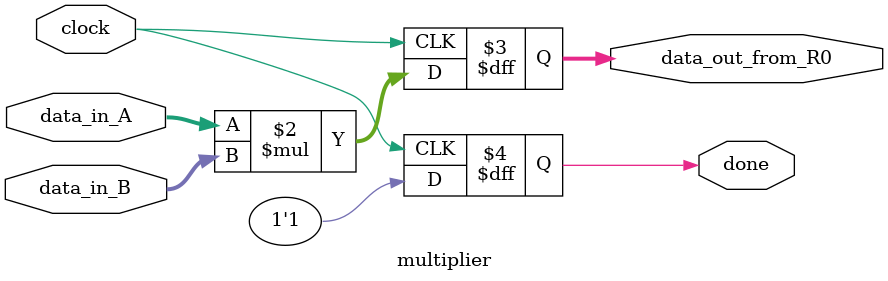
<source format=v>
`timescale 1ns / 1ps

(* use_dsp = "no" *) 
module multiplier
  #(parameter WIDTH=16)
  (
   input clock,
   input [WIDTH-1:0] data_in_A,
   input [WIDTH-1:0] data_in_B,
   output reg [WIDTH+WIDTH-1:0]  data_out_from_R0,
   output reg done
   );
     
 
 always @(posedge clock)
    begin
        data_out_from_R0 <= data_in_A * data_in_B; // Verilog Concatenation
        done <= 1'b1;
           
  end
  
 
endmodule // carry_lookahead_adder

</source>
